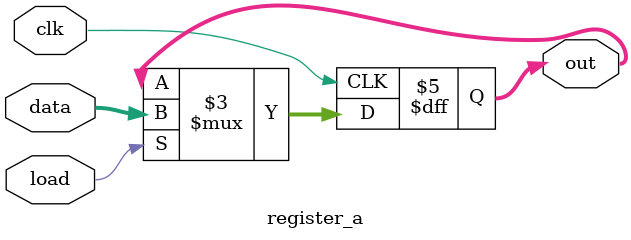
<source format=v>
`timescale 1ns / 1ps
module register_a(clk, data, load, out);
  input clk, load;
  input [7:0] data;
  output [7:0] out;

  wire clk, load;
  wire [7:0] data;
  reg [7:0] out;

  initial begin
	out = 8'b00010101;
  end

  always @(posedge clk) begin
	 if (load) begin
		out <= data;
	 end
  end
endmodule


</source>
